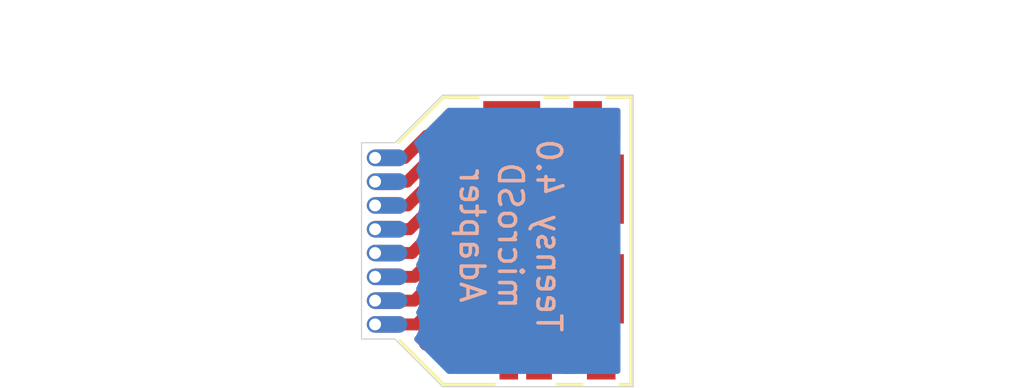
<source format=kicad_pcb>
(kicad_pcb (version 20171130) (host pcbnew "(5.1.5)-3")

  (general
    (thickness 1.6)
    (drawings 37)
    (tracks 28)
    (zones 0)
    (modules 3)
    (nets 10)
  )

  (page A4)
  (layers
    (0 F.Cu signal)
    (31 B.Cu signal)
    (32 B.Adhes user)
    (33 F.Adhes user)
    (34 B.Paste user)
    (35 F.Paste user)
    (36 B.SilkS user)
    (37 F.SilkS user)
    (38 B.Mask user)
    (39 F.Mask user)
    (40 Dwgs.User user)
    (41 Cmts.User user)
    (42 Eco1.User user)
    (43 Eco2.User user)
    (44 Edge.Cuts user)
    (45 Margin user hide)
    (46 B.CrtYd user hide)
    (47 F.CrtYd user hide)
    (48 B.Fab user hide)
    (49 F.Fab user hide)
  )

  (setup
    (last_trace_width 0.5)
    (trace_clearance 0.2)
    (zone_clearance 0.508)
    (zone_45_only no)
    (trace_min 0.2)
    (via_size 0.8)
    (via_drill 0.4)
    (via_min_size 0.4)
    (via_min_drill 0.3)
    (uvia_size 0.3)
    (uvia_drill 0.1)
    (uvias_allowed no)
    (uvia_min_size 0.2)
    (uvia_min_drill 0.1)
    (edge_width 0.05)
    (segment_width 0.2)
    (pcb_text_width 0.3)
    (pcb_text_size 1.5 1.5)
    (mod_edge_width 0.12)
    (mod_text_size 1 1)
    (mod_text_width 0.15)
    (pad_size 0.75 0.75)
    (pad_drill 0)
    (pad_to_mask_clearance 0.051)
    (solder_mask_min_width 0.25)
    (aux_axis_origin 0 0)
    (visible_elements 7FFFFFFF)
    (pcbplotparams
      (layerselection 0x010fc_ffffffff)
      (usegerberextensions false)
      (usegerberattributes false)
      (usegerberadvancedattributes false)
      (creategerberjobfile false)
      (excludeedgelayer true)
      (linewidth 0.100000)
      (plotframeref false)
      (viasonmask false)
      (mode 1)
      (useauxorigin false)
      (hpglpennumber 1)
      (hpglpenspeed 20)
      (hpglpendiameter 15.000000)
      (psnegative false)
      (psa4output false)
      (plotreference true)
      (plotvalue true)
      (plotinvisibletext false)
      (padsonsilk false)
      (subtractmaskfromsilk false)
      (outputformat 1)
      (mirror false)
      (drillshape 1)
      (scaleselection 1)
      (outputdirectory ""))
  )

  (net 0 "")
  (net 1 "Net-(J1-Pad9)")
  (net 2 /DAT1)
  (net 3 /DAT0)
  (net 4 /VSS)
  (net 5 /VDD)
  (net 6 /CMD)
  (net 7 /DAT3)
  (net 8 /DAT2)
  (net 9 /CLK)

  (net_class Default "This is the default net class."
    (clearance 0.2)
    (trace_width 0.5)
    (via_dia 0.8)
    (via_drill 0.4)
    (uvia_dia 0.3)
    (uvia_drill 0.1)
    (add_net /CLK)
    (add_net /CMD)
    (add_net /DAT0)
    (add_net /DAT1)
    (add_net /DAT2)
    (add_net /DAT3)
    (add_net /VDD)
    (add_net /VSS)
    (add_net "Net-(J1-Pad9)")
  )

  (module nibelung:Pad_0.7mm (layer F.Cu) (tedit 5E0550C1) (tstamp 5E05B570)
    (at 127.5 99.5)
    (path /5E05A259)
    (fp_text reference TP1 (at 0 1.5) (layer F.SilkS) hide
      (effects (font (size 1 1) (thickness 0.15)))
    )
    (fp_text value TestPoint (at 0 -1.5) (layer F.Fab)
      (effects (font (size 1 1) (thickness 0.15)))
    )
    (pad 1 smd circle (at 0 0) (size 0.7 0.7) (layers F.Cu F.Paste F.Mask)
      (net 1 "Net-(J1-Pad9)") (solder_mask_margin 0.03))
  )

  (module nibelung:Teensy40_SD_Castellated (layer F.Cu) (tedit 5E054DF2) (tstamp 5E059B45)
    (at 125.32 91.735001)
    (descr "Castellated holes for SD card adapter for pads on Teensy 4.0 bottom")
    (path /5E04864C)
    (fp_text reference J2 (at 0 9) (layer F.SilkS) hide
      (effects (font (size 1 1) (thickness 0.15)))
    )
    (fp_text value Conn_01x08 (at 0 -1.5) (layer F.Fab) hide
      (effects (font (size 1 1) (thickness 0.15)))
    )
    (fp_line (start 0 -0.5) (end 0 7.5) (layer F.CrtYd) (width 0.12))
    (pad 8 thru_hole roundrect (at 0 7) (size 1.7 0.7) (drill 0.5 (offset 0.5 0)) (layers *.Cu *.Mask) (roundrect_rratio 0.5)
      (net 8 /DAT2) (solder_mask_margin 0.03))
    (pad 7 thru_hole roundrect (at 0 6) (size 1.7 0.7) (drill 0.5 (offset 0.5 0)) (layers *.Cu *.Mask) (roundrect_rratio 0.5)
      (net 7 /DAT3) (solder_mask_margin 0.03))
    (pad 6 thru_hole roundrect (at 0 5) (size 1.7 0.7) (drill 0.5 (offset 0.5 0)) (layers *.Cu *.Mask) (roundrect_rratio 0.5)
      (net 6 /CMD) (solder_mask_margin 0.03))
    (pad 5 thru_hole roundrect (at 0 4) (size 1.7 0.7) (drill 0.5 (offset 0.5 0)) (layers *.Cu *.Mask) (roundrect_rratio 0.5)
      (net 5 /VDD) (solder_mask_margin 0.03))
    (pad 4 thru_hole roundrect (at 0 3) (size 1.7 0.7) (drill 0.5 (offset 0.5 0)) (layers *.Cu *.Mask) (roundrect_rratio 0.5)
      (net 9 /CLK) (solder_mask_margin 0.03))
    (pad 3 thru_hole roundrect (at 0 2) (size 1.7 0.7) (drill 0.5 (offset 0.5 0)) (layers *.Cu *.Mask) (roundrect_rratio 0.5)
      (net 4 /VSS) (solder_mask_margin 0.03))
    (pad 2 thru_hole roundrect (at 0 1) (size 1.7 0.7) (drill 0.5 (offset 0.5 0)) (layers *.Cu *.Mask) (roundrect_rratio 0.5)
      (net 3 /DAT0) (solder_mask_margin 0.03))
    (pad 1 thru_hole roundrect (at 0 0) (size 1.7 0.7) (drill 0.5 (offset 0.5 0)) (layers *.Cu *.Mask) (roundrect_rratio 0.5)
      (net 2 /DAT1) (solder_mask_margin 0.03))
  )

  (module nibelung:microSD_Molex_1051620001 (layer F.Cu) (tedit 5E054C93) (tstamp 5E054461)
    (at 127.75 98.75 270)
    (path /5E05A154)
    (fp_text reference J1 (at -3.75 1.5 90) (layer F.SilkS) hide
      (effects (font (size 1 1) (thickness 0.15)))
    )
    (fp_text value Micro_SD_Card_Det_Single (at -4 -9.5 90) (layer F.Fab) hide
      (effects (font (size 1 1) (thickness 0.15)))
    )
    (pad 11 smd rect (at -2.96 -7.46 270) (size 2.91 0.55) (drill (offset 1.45 -0.275)) (layers F.Cu F.Paste F.Mask))
    (pad 8 smd rect (at -7.95 -0.5 270) (size 0.5 1) (layers F.Cu F.Paste F.Mask)
      (net 2 /DAT1))
    (pad 7 smd rect (at -6.85 -0.5 270) (size 0.5 1) (layers F.Cu F.Paste F.Mask)
      (net 3 /DAT0))
    (pad 6 smd rect (at -5.75 -0.5 270) (size 0.5 1) (layers F.Cu F.Paste F.Mask)
      (net 4 /VSS))
    (pad 5 smd rect (at -4.65 -0.5 270) (size 0.5 1) (layers F.Cu F.Paste F.Mask)
      (net 9 /CLK))
    (pad 4 smd rect (at -3.55 -0.5 270) (size 0.5 1) (layers F.Cu F.Paste F.Mask)
      (net 5 /VDD))
    (pad 3 smd rect (at -2.45 -0.5 270) (size 0.5 1) (layers F.Cu F.Paste F.Mask)
      (net 6 /CMD))
    (pad 2 smd rect (at -1.35 -0.5 270) (size 0.5 1) (layers F.Cu F.Paste F.Mask)
      (net 7 /DAT3))
    (pad 9 smd rect (at 1.775 -3.18 270) (size 1.05 0.78) (layers F.Cu F.Paste F.Mask)
      (net 1 "Net-(J1-Pad9)"))
    (pad 11 smd rect (at -7.15 -7.46 270) (size 2.91 0.55) (drill (offset 1.45 -0.275)) (layers F.Cu F.Paste F.Mask))
    (pad 10 smd rect (at 1.25 -6.46 270) (size 1.05 1.2) (drill (offset 0.525 -0.6)) (layers F.Cu F.Paste F.Mask)
      (net 4 /VSS))
    (pad 10 smd rect (at -9.4 -2.11 270) (size 1.05 2.39) (drill (offset 0.525 -1.1945)) (layers F.Cu F.Paste F.Mask)
      (net 4 /VSS))
    (pad 10 smd rect (at 1.25 -3.91 270) (size 1.05 1.08) (drill (offset 0.525 -0.54)) (layers F.Cu F.Paste F.Mask)
      (net 4 /VSS))
    (pad 10 smd rect (at -9.4 -5.89 270) (size 1.05 1.2) (drill (offset 0.525 -0.6)) (layers F.Cu F.Paste F.Mask)
      (net 4 /VSS))
    (pad 1 smd rect (at -0.25 -0.5 270) (size 0.5 1) (layers F.Cu F.Paste F.Mask)
      (net 8 /DAT2))
  )

  (gr_line (start 151.75 95.75) (end 152.5 95) (layer Cmts.User) (width 0.15) (tstamp 5E05B68D))
  (gr_line (start 152.5 95) (end 151.75 94.25) (layer Cmts.User) (width 0.15))
  (gr_line (start 150 95) (end 152.5 95) (layer Cmts.User) (width 0.15))
  (gr_text "TO USB\nCONNECTOR" (at 145 95.25) (layer Cmts.User) (tstamp 5E05B686)
    (effects (font (size 1 1) (thickness 0.15)))
  )
  (gr_text DAT2 (at 124.5 98.75) (layer Cmts.User) (tstamp 5E05B67E)
    (effects (font (size 0.5 0.5) (thickness 0.08)) (justify right))
  )
  (gr_text DAT3 (at 124.5 97.75) (layer Cmts.User) (tstamp 5E05B67C)
    (effects (font (size 0.5 0.5) (thickness 0.08)) (justify right))
  )
  (gr_text CMD (at 124.5 96.75) (layer Cmts.User) (tstamp 5E05B677)
    (effects (font (size 0.5 0.5) (thickness 0.08)) (justify right))
  )
  (gr_text VDD (at 124.5 95.75) (layer Cmts.User) (tstamp 5E05B5E3)
    (effects (font (size 0.5 0.5) (thickness 0.08)) (justify right))
  )
  (gr_text CLK (at 124.5 94.75) (layer Cmts.User) (tstamp 5E05B5DF)
    (effects (font (size 0.5 0.5) (thickness 0.08)) (justify right))
  )
  (gr_text VSS (at 124.5 93.75) (layer Cmts.User) (tstamp 5E05B5DB)
    (effects (font (size 0.5 0.5) (thickness 0.08)) (justify right))
  )
  (gr_text DAT1 (at 124.5 91.75) (layer Cmts.User) (tstamp 5E05B5D6)
    (effects (font (size 0.5 0.5) (thickness 0.08)) (justify right))
  )
  (gr_text DAT0 (at 124.5 92.75) (layer Cmts.User)
    (effects (font (size 0.5 0.5) (thickness 0.08)) (justify right))
  )
  (gr_line (start 128.2 101.25) (end 126.35 99.4) (layer F.SilkS) (width 0.12))
  (gr_line (start 130.35 101.25) (end 128.2 101.25) (layer F.SilkS) (width 0.12))
  (gr_line (start 134 101.25) (end 132.95 101.25) (layer F.SilkS) (width 0.12))
  (gr_line (start 136.05 101.25) (end 135.6 101.25) (layer F.SilkS) (width 0.12))
  (gr_line (start 136.05 89.2) (end 136.05 101.25) (layer F.SilkS) (width 0.12))
  (gr_line (start 135.05 89.2) (end 136.05 89.2) (layer F.SilkS) (width 0.12))
  (gr_line (start 132.45 89.2) (end 133.45 89.2) (layer F.SilkS) (width 0.12))
  (gr_line (start 128.2 89.2) (end 129.65 89.2) (layer F.SilkS) (width 0.12))
  (gr_line (start 126.3 91.1) (end 128.2 89.2) (layer F.SilkS) (width 0.12))
  (gr_text "Teensy 4.0\nmicroSD\nAdapter" (at 131 95 270) (layer B.SilkS)
    (effects (font (size 1 1) (thickness 0.15)) (justify mirror))
  )
  (gr_line (start 124.75 99.35) (end 124.75 91.1) (layer Edge.Cuts) (width 0.05) (tstamp 5E054854))
  (gr_line (start 126.15 99.35) (end 124.75 99.35) (layer Edge.Cuts) (width 0.05))
  (gr_line (start 128.15 101.35) (end 126.15 99.35) (layer Edge.Cuts) (width 0.05))
  (gr_line (start 136.15 101.35) (end 128.15 101.35) (layer Edge.Cuts) (width 0.05))
  (gr_line (start 136.15 89.1) (end 136.15 101.35) (layer Edge.Cuts) (width 0.05))
  (gr_line (start 128.15 89.1) (end 136.15 89.1) (layer Edge.Cuts) (width 0.05))
  (gr_line (start 126.15 91.1) (end 128.15 89.1) (layer Edge.Cuts) (width 0.05))
  (gr_line (start 124.75 91.1) (end 126.15 91.1) (layer Edge.Cuts) (width 0.05))
  (gr_text "FILE AWAY EDGE\nTO MAKE \nCASTELLATIONS" (at 115.75 95.25) (layer Cmts.User)
    (effects (font (size 1 1) (thickness 0.15)))
  )
  (dimension 12.25 (width 0.15) (layer Dwgs.User)
    (gr_text "12.250 mm" (at 139.45 95.225 270) (layer Dwgs.User)
      (effects (font (size 1 1) (thickness 0.15)))
    )
    (feature1 (pts (xy 137.15 101.35) (xy 138.736421 101.35)))
    (feature2 (pts (xy 137.15 89.1) (xy 138.736421 89.1)))
    (crossbar (pts (xy 138.15 89.1) (xy 138.15 101.35)))
    (arrow1a (pts (xy 138.15 101.35) (xy 137.563579 100.223496)))
    (arrow1b (pts (xy 138.15 101.35) (xy 138.736421 100.223496)))
    (arrow2a (pts (xy 138.15 89.1) (xy 137.563579 90.226504)))
    (arrow2b (pts (xy 138.15 89.1) (xy 138.736421 90.226504)))
  )
  (dimension 11.5 (width 0.15) (layer Dwgs.User)
    (gr_text "11.500 mm" (at 130.4 85.8) (layer Dwgs.User)
      (effects (font (size 1 1) (thickness 0.15)))
    )
    (feature1 (pts (xy 136.15 88.1) (xy 136.15 86.513579)))
    (feature2 (pts (xy 124.65 88.1) (xy 124.65 86.513579)))
    (crossbar (pts (xy 124.65 87.1) (xy 136.15 87.1)))
    (arrow1a (pts (xy 136.15 87.1) (xy 135.023496 87.686421)))
    (arrow1b (pts (xy 136.15 87.1) (xy 135.023496 86.513579)))
    (arrow2a (pts (xy 124.65 87.1) (xy 125.776504 87.686421)))
    (arrow2b (pts (xy 124.65 87.1) (xy 125.776504 86.513579)))
  )
  (gr_line (start 136.15 89.1) (end 124.75 89.1) (layer Dwgs.User) (width 0.05) (tstamp 5E05473C))
  (gr_line (start 136.15 101.35) (end 136.15 89.1) (layer Dwgs.User) (width 0.05))
  (gr_line (start 124.75 101.35) (end 136.15 101.35) (layer Dwgs.User) (width 0.05))
  (gr_line (start 124.75 89.1) (end 124.75 101.35) (layer Dwgs.User) (width 0.05))

  (segment (start 128.525 100.525) (end 127.5 99.5) (width 0.5) (layer F.Cu) (net 1))
  (segment (start 130.93 100.525) (end 128.525 100.525) (width 0.5) (layer F.Cu) (net 1))
  (segment (start 126.564999 91.735001) (end 126.32 91.735001) (width 0.5) (layer F.Cu) (net 2))
  (segment (start 128.25 90.8) (end 127.5 90.8) (width 0.5) (layer F.Cu) (net 2))
  (segment (start 127.5 90.8) (end 126.564999 91.735001) (width 0.5) (layer F.Cu) (net 2))
  (segment (start 125.32 91.735001) (end 126.564999 91.735001) (width 0.5) (layer F.Cu) (net 2))
  (segment (start 126.664999 92.735001) (end 125.32 92.735001) (width 0.5) (layer F.Cu) (net 3))
  (segment (start 128.25 91.9) (end 127.5 91.9) (width 0.5) (layer F.Cu) (net 3))
  (segment (start 127.5 91.9) (end 126.664999 92.735001) (width 0.5) (layer F.Cu) (net 3))
  (segment (start 125.32 93.735001) (end 126.689974 93.735001) (width 0.5) (layer F.Cu) (net 4))
  (segment (start 127.5 93) (end 128.25 93) (width 0.5) (layer F.Cu) (net 4))
  (segment (start 127.424975 93) (end 127.5 93) (width 0.5) (layer F.Cu) (net 4))
  (segment (start 126.689974 93.735001) (end 127.424975 93) (width 0.5) (layer F.Cu) (net 4))
  (segment (start 125.32 94.735001) (end 126.764999 94.735001) (width 0.5) (layer F.Cu) (net 9))
  (segment (start 127.4 94.1) (end 128.25 94.1) (width 0.5) (layer F.Cu) (net 9))
  (segment (start 126.764999 94.735001) (end 127.4 94.1) (width 0.5) (layer F.Cu) (net 9))
  (segment (start 127.4 95.2) (end 128.25 95.2) (width 0.5) (layer F.Cu) (net 5))
  (segment (start 125.32 95.735001) (end 126.864999 95.735001) (width 0.5) (layer F.Cu) (net 5))
  (segment (start 126.864999 95.735001) (end 127.4 95.2) (width 0.5) (layer F.Cu) (net 5))
  (segment (start 127.4 96.3) (end 128.25 96.3) (width 0.5) (layer F.Cu) (net 6))
  (segment (start 125.32 96.735001) (end 126.964999 96.735001) (width 0.5) (layer F.Cu) (net 6))
  (segment (start 126.964999 96.735001) (end 127.4 96.3) (width 0.5) (layer F.Cu) (net 6))
  (segment (start 127.3 97.4) (end 128.25 97.4) (width 0.5) (layer F.Cu) (net 7))
  (segment (start 125.32 97.735001) (end 126.964999 97.735001) (width 0.5) (layer F.Cu) (net 7))
  (segment (start 126.964999 97.735001) (end 127.3 97.4) (width 0.5) (layer F.Cu) (net 7))
  (segment (start 125.32 98.735001) (end 127.064999 98.735001) (width 0.5) (layer F.Cu) (net 8))
  (segment (start 127.3 98.5) (end 128.25 98.5) (width 0.5) (layer F.Cu) (net 8))
  (segment (start 127.064999 98.735001) (end 127.3 98.5) (width 0.5) (layer F.Cu) (net 8))

  (zone (net 0) (net_name "") (layer B.Cu) (tstamp 0) (hatch edge 0.508)
    (connect_pads (clearance 0.508))
    (min_thickness 0.254)
    (fill yes (arc_segments 32) (thermal_gap 0.508) (thermal_bridge_width 0.508))
    (polygon
      (pts
        (xy 136.15 101.35) (xy 124.75 101.35) (xy 124.75 89.1) (xy 136.15 89.1)
      )
    )
    (filled_polygon
      (pts
        (xy 135.490001 100.69) (xy 128.423381 100.69) (xy 127.085556 99.352176) (xy 127.141552 99.283945) (xy 127.232859 99.113121)
        (xy 127.289086 98.927765) (xy 127.308072 98.735002) (xy 127.308072 98.735) (xy 127.289086 98.542237) (xy 127.232859 98.356881)
        (xy 127.167713 98.235001) (xy 127.232859 98.113121) (xy 127.289086 97.927765) (xy 127.308072 97.735002) (xy 127.308072 97.735)
        (xy 127.289086 97.542237) (xy 127.232859 97.356881) (xy 127.167713 97.235001) (xy 127.232859 97.113121) (xy 127.289086 96.927765)
        (xy 127.308072 96.735002) (xy 127.308072 96.735) (xy 127.289086 96.542237) (xy 127.232859 96.356881) (xy 127.167713 96.235001)
        (xy 127.232859 96.113121) (xy 127.289086 95.927765) (xy 127.308072 95.735002) (xy 127.308072 95.735) (xy 127.289086 95.542237)
        (xy 127.232859 95.356881) (xy 127.167713 95.235001) (xy 127.232859 95.113121) (xy 127.289086 94.927765) (xy 127.308072 94.735002)
        (xy 127.308072 94.735) (xy 127.289086 94.542237) (xy 127.232859 94.356881) (xy 127.167713 94.235001) (xy 127.232859 94.113121)
        (xy 127.289086 93.927765) (xy 127.308072 93.735002) (xy 127.308072 93.735) (xy 127.289086 93.542237) (xy 127.232859 93.356881)
        (xy 127.167713 93.235001) (xy 127.232859 93.113121) (xy 127.289086 92.927765) (xy 127.308072 92.735002) (xy 127.308072 92.735)
        (xy 127.289086 92.542237) (xy 127.232859 92.356881) (xy 127.167713 92.235001) (xy 127.232859 92.113121) (xy 127.289086 91.927765)
        (xy 127.308072 91.735002) (xy 127.308072 91.735) (xy 127.289086 91.542237) (xy 127.232859 91.356881) (xy 127.141552 91.186057)
        (xy 127.07654 91.10684) (xy 128.423381 89.76) (xy 135.49 89.76)
      )
    )
  )
  (zone (net 4) (net_name /VSS) (layer F.Cu) (tstamp 5E0557D9) (hatch edge 0.508)
    (connect_pads (clearance 0.508))
    (min_thickness 0.254)
    (fill yes (arc_segments 32) (thermal_gap 0.508) (thermal_bridge_width 0.508))
    (polygon
      (pts
        (xy 136.15 89.1) (xy 124.75 89.1) (xy 124.75 101.35) (xy 136.15 101.35)
      )
    )
    (filled_polygon
      (pts
        (xy 135.49 90.956928) (xy 135.21 90.956928) (xy 135.130466 90.964761) (xy 135.194494 90.930537) (xy 135.291185 90.851185)
        (xy 135.370537 90.754494) (xy 135.429502 90.64418) (xy 135.465812 90.524482) (xy 135.478072 90.4) (xy 135.475 90.16075)
        (xy 135.31625 90.002) (xy 134.367 90.002) (xy 134.367 90.87625) (xy 134.52575 91.035) (xy 134.84 91.038072)
        (xy 134.919534 91.030239) (xy 134.855506 91.064463) (xy 134.758815 91.143815) (xy 134.679463 91.240506) (xy 134.620498 91.35082)
        (xy 134.584188 91.470518) (xy 134.571928 91.595) (xy 134.571928 94.505) (xy 134.584188 94.629482) (xy 134.620498 94.74918)
        (xy 134.679463 94.859494) (xy 134.758815 94.956185) (xy 134.855506 95.035537) (xy 134.96582 95.094502) (xy 135.085518 95.130812)
        (xy 135.21 95.143072) (xy 135.49 95.143072) (xy 135.49 95.146928) (xy 135.21 95.146928) (xy 135.085518 95.159188)
        (xy 134.96582 95.195498) (xy 134.855506 95.254463) (xy 134.758815 95.333815) (xy 134.679463 95.430506) (xy 134.620498 95.54082)
        (xy 134.584188 95.660518) (xy 134.571928 95.785) (xy 134.571928 98.695) (xy 134.584188 98.819482) (xy 134.620498 98.93918)
        (xy 134.679463 99.049494) (xy 134.758815 99.146185) (xy 134.855506 99.225537) (xy 134.96582 99.284502) (xy 135.085518 99.320812)
        (xy 135.21 99.333072) (xy 135.490001 99.333072) (xy 135.490001 99.369807) (xy 135.41 99.361928) (xy 135.09575 99.365)
        (xy 134.937 99.52375) (xy 134.937 100.398) (xy 134.957 100.398) (xy 134.957 100.652) (xy 134.937 100.652)
        (xy 134.937 100.672) (xy 134.683 100.672) (xy 134.683 100.652) (xy 133.73375 100.652) (xy 133.69575 100.69)
        (xy 133.25425 100.69) (xy 133.21625 100.652) (xy 132.327 100.652) (xy 132.327 100.672) (xy 132.073 100.672)
        (xy 132.073 100.652) (xy 132.053 100.652) (xy 132.053 100.398) (xy 132.073 100.398) (xy 132.073 99.52375)
        (xy 132.327 99.52375) (xy 132.327 100.398) (xy 133.21625 100.398) (xy 133.375 100.23925) (xy 133.378072 100)
        (xy 133.571928 100) (xy 133.575 100.23925) (xy 133.73375 100.398) (xy 134.683 100.398) (xy 134.683 99.52375)
        (xy 134.52425 99.365) (xy 134.21 99.361928) (xy 134.085518 99.374188) (xy 133.96582 99.410498) (xy 133.855506 99.469463)
        (xy 133.758815 99.548815) (xy 133.679463 99.645506) (xy 133.620498 99.75582) (xy 133.584188 99.875518) (xy 133.571928 100)
        (xy 133.378072 100) (xy 133.365812 99.875518) (xy 133.329502 99.75582) (xy 133.270537 99.645506) (xy 133.191185 99.548815)
        (xy 133.094494 99.469463) (xy 132.98418 99.410498) (xy 132.864482 99.374188) (xy 132.74 99.361928) (xy 132.48575 99.365)
        (xy 132.327 99.52375) (xy 132.073 99.52375) (xy 131.91425 99.365) (xy 131.66 99.361928) (xy 131.535518 99.374188)
        (xy 131.49 99.387996) (xy 131.444482 99.374188) (xy 131.32 99.361928) (xy 130.54 99.361928) (xy 130.415518 99.374188)
        (xy 130.29582 99.410498) (xy 130.185506 99.469463) (xy 130.088815 99.548815) (xy 130.013982 99.64) (xy 128.891579 99.64)
        (xy 128.639651 99.388072) (xy 128.75 99.388072) (xy 128.874482 99.375812) (xy 128.99418 99.339502) (xy 129.104494 99.280537)
        (xy 129.201185 99.201185) (xy 129.280537 99.104494) (xy 129.339502 98.99418) (xy 129.375812 98.874482) (xy 129.388072 98.75)
        (xy 129.388072 98.25) (xy 129.375812 98.125518) (xy 129.339502 98.00582) (xy 129.309665 97.95) (xy 129.339502 97.89418)
        (xy 129.375812 97.774482) (xy 129.388072 97.65) (xy 129.388072 97.15) (xy 129.375812 97.025518) (xy 129.339502 96.90582)
        (xy 129.309665 96.85) (xy 129.339502 96.79418) (xy 129.375812 96.674482) (xy 129.388072 96.55) (xy 129.388072 96.05)
        (xy 129.375812 95.925518) (xy 129.339502 95.80582) (xy 129.309665 95.75) (xy 129.339502 95.69418) (xy 129.375812 95.574482)
        (xy 129.388072 95.45) (xy 129.388072 94.95) (xy 129.375812 94.825518) (xy 129.339502 94.70582) (xy 129.309665 94.65)
        (xy 129.339502 94.59418) (xy 129.375812 94.474482) (xy 129.388072 94.35) (xy 129.388072 93.85) (xy 129.375812 93.725518)
        (xy 129.339502 93.60582) (xy 129.309724 93.55011) (xy 129.33465 93.505579) (xy 129.373277 93.386609) (xy 129.385 93.28175)
        (xy 129.22625 93.123) (xy 128.377 93.123) (xy 128.377 93.147) (xy 128.123 93.147) (xy 128.123 93.123)
        (xy 128.103 93.123) (xy 128.103 92.877) (xy 128.123 92.877) (xy 128.123 92.853) (xy 128.377 92.853)
        (xy 128.377 92.877) (xy 129.22625 92.877) (xy 129.385 92.71825) (xy 129.373277 92.613391) (xy 129.33465 92.494421)
        (xy 129.309724 92.44989) (xy 129.339502 92.39418) (xy 129.375812 92.274482) (xy 129.388072 92.15) (xy 129.388072 91.65)
        (xy 129.375812 91.525518) (xy 129.339502 91.40582) (xy 129.309665 91.35) (xy 129.339502 91.29418) (xy 129.375812 91.174482)
        (xy 129.388072 91.05) (xy 129.388072 90.826519) (xy 129.408315 90.851185) (xy 129.505006 90.930537) (xy 129.61532 90.989502)
        (xy 129.735018 91.025812) (xy 129.8595 91.038072) (xy 130.76875 91.035) (xy 130.9275 90.87625) (xy 130.9275 90.002)
        (xy 131.1815 90.002) (xy 131.1815 90.87625) (xy 131.34025 91.035) (xy 132.2495 91.038072) (xy 132.373982 91.025812)
        (xy 132.49368 90.989502) (xy 132.603994 90.930537) (xy 132.700685 90.851185) (xy 132.780037 90.754494) (xy 132.839002 90.64418)
        (xy 132.875312 90.524482) (xy 132.887572 90.4) (xy 133.001928 90.4) (xy 133.014188 90.524482) (xy 133.050498 90.64418)
        (xy 133.109463 90.754494) (xy 133.188815 90.851185) (xy 133.285506 90.930537) (xy 133.39582 90.989502) (xy 133.515518 91.025812)
        (xy 133.64 91.038072) (xy 133.95425 91.035) (xy 134.113 90.87625) (xy 134.113 90.002) (xy 133.16375 90.002)
        (xy 133.005 90.16075) (xy 133.001928 90.4) (xy 132.887572 90.4) (xy 132.8845 90.16075) (xy 132.72575 90.002)
        (xy 131.1815 90.002) (xy 130.9275 90.002) (xy 129.38325 90.002) (xy 129.239612 90.145638) (xy 129.201185 90.098815)
        (xy 129.104494 90.019463) (xy 128.99418 89.960498) (xy 128.874482 89.924188) (xy 128.75 89.911928) (xy 128.271453 89.911928)
        (xy 128.423381 89.76) (xy 135.49 89.76)
      )
    )
  )
)

</source>
